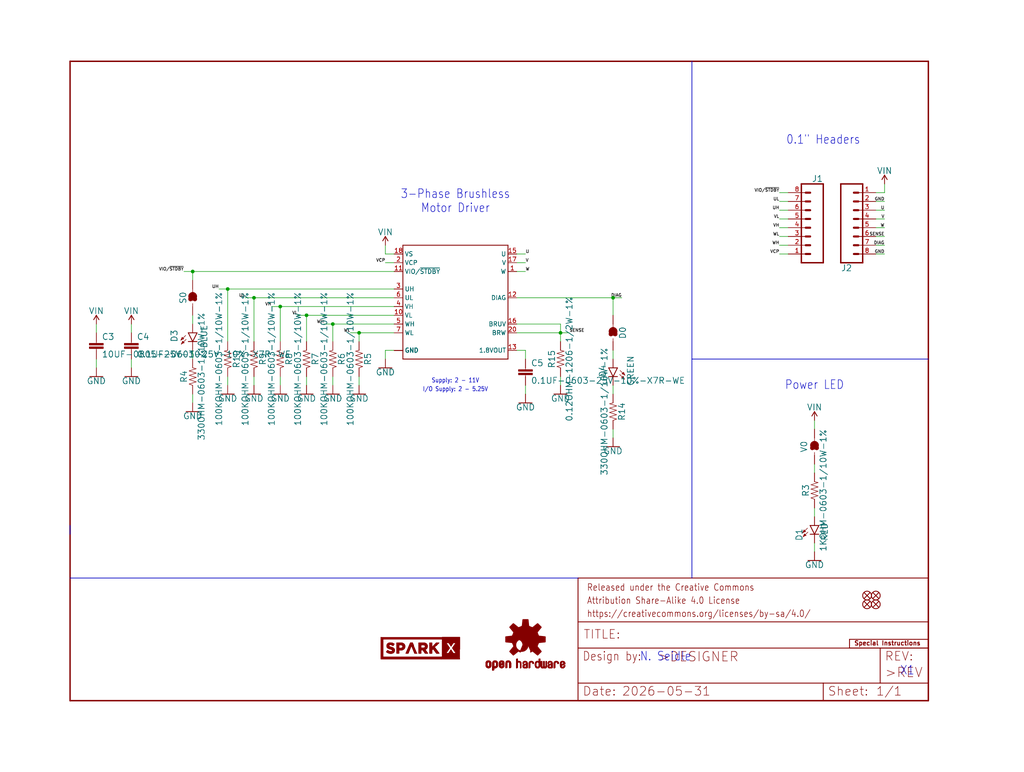
<source format=kicad_sch>
(kicad_sch (version 20230121) (generator eeschema)
  (paper "User" 297.002 223.926)
  (lib_symbols
    (symbol "working-eagle-import:0.12OHM-1206-1/2W-1%"
      (property "Reference" "R" (at 0 1.524 0))
      (symbol "0.12OHM-1206-1/2W-1%_1_0"
        (pin passive line (at -5.08 0 0) (length 2.54) (name "1") (number "1"))
        (pin passive line (at 5.08 0 180) (length 2.54) (name "2") (number "2"))
      )
    )
    (symbol "working-eagle-import:0.1UF-0603-25V-10%-X7R-WE"
      (property "Reference" "C" (at 1.524 2.921 0))
      (symbol "0.1UF-0603-25V-10%-X7R-WE_1_0"
        (pin passive line (at 0 5.08 270) (length 2.54) (name "1") (number "1"))
        (pin passive line (at 0 -2.54 90) (length 2.54) (name "2") (number "2"))
      )
    )
    (symbol "working-eagle-import:100KOHM-0603-1/10W-1%"
      (property "Reference" "R" (at 0 1.524 0))
      (symbol "100KOHM-0603-1/10W-1%_1_0"
        (pin passive line (at -5.08 0 0) (length 2.54) (name "1") (number "1"))
        (pin passive line (at 5.08 0 180) (length 2.54) (name "2") (number "2"))
      )
    )
    (symbol "working-eagle-import:10UF-0805-25V-10%"
      (property "Reference" "C" (at 1.524 2.921 0))
      (symbol "10UF-0805-25V-10%_1_0"
        (pin passive line (at 0 5.08 270) (length 2.54) (name "1") (number "1"))
        (pin passive line (at 0 -2.54 90) (length 2.54) (name "2") (number "2"))
      )
    )
    (symbol "working-eagle-import:1KOHM-0603-1/10W-1%"
      (property "Reference" "R" (at 0 1.524 0))
      (symbol "1KOHM-0603-1/10W-1%_1_0"
        (pin passive line (at -5.08 0 0) (length 2.54) (name "1") (number "1"))
        (pin passive line (at 5.08 0 180) (length 2.54) (name "2") (number "2"))
      )
    )
    (symbol "working-eagle-import:330OHM-0603-1/10W-1%"
      (property "Reference" "R" (at 0 1.524 0))
      (symbol "330OHM-0603-1/10W-1%_1_0"
        (pin passive line (at -5.08 0 0) (length 2.54) (name "1") (number "1"))
        (pin passive line (at 5.08 0 180) (length 2.54) (name "2") (number "2"))
      )
    )
    (symbol "working-eagle-import:CONN_08LOCK_NO_SILK"
      (property "Reference" "J" (at -5.08 13.208 0))
      (symbol "CONN_08LOCK_NO_SILK_1_0"
        (pin passive line (at 5.08 -7.62 180) (length 5.08) (name "1") (number "1"))
        (pin passive line (at 5.08 -5.08 180) (length 5.08) (name "2") (number "2"))
        (pin passive line (at 5.08 -2.54 180) (length 5.08) (name "3") (number "3"))
        (pin passive line (at 5.08 0 180) (length 5.08) (name "4") (number "4"))
        (pin passive line (at 5.08 2.54 180) (length 5.08) (name "5") (number "5"))
        (pin passive line (at 5.08 5.08 180) (length 5.08) (name "6") (number "6"))
        (pin passive line (at 5.08 7.62 180) (length 5.08) (name "7") (number "7"))
        (pin passive line (at 5.08 10.16 180) (length 5.08) (name "8") (number "8"))
      )
    )
    (symbol "working-eagle-import:FIDUCIALUFIDUCIAL")
    (symbol "working-eagle-import:FRAME-LETTER"
      (symbol "FRAME-LETTER_2_0"
        (text "${#}/${##}" (at 86.36 1.27 0) (effects (font (size 2.54 2.54)) (justify left bottom)))
        (text "${CURRENT_DATE}" (at 12.7 1.27 0) (effects (font (size 2.54 2.54)) (justify left bottom)))
        (text "${PROJECTNAME}" (at 15.494 17.78 0) (effects (font (size 2.7432 2.7432)) (justify left bottom)))
        (text ">DESIGNER" (at 23.114 11.176 0) (effects (font (size 2.7432 2.7432)) (justify left bottom)))
        (text ">REV" (at 88.9 6.604 0) (effects (font (size 2.7432 2.7432)) (justify left bottom)))
        (text "Attribution Share-Alike 4.0 License" (at 2.54 27.94 0) (effects (font (size 1.9304 1.6408)) (justify left bottom)))
        (text "Date:" (at 1.27 1.27 0) (effects (font (size 2.54 2.54)) (justify left bottom)))
        (text "Design by:" (at 1.27 11.43 0) (effects (font (size 2.54 2.159)) (justify left bottom)))
        (text "https://creativecommons.org/licenses/by-sa/4.0/" (at 2.54 24.13 0) (effects (font (size 1.9304 1.6408)) (justify left bottom)))
        (text "Released under the Creative Commons" (at 2.54 31.75 0) (effects (font (size 1.9304 1.6408)) (justify left bottom)))
        (text "REV:" (at 88.9 11.43 0) (effects (font (size 2.54 2.54)) (justify left bottom)))
        (text "Sheet:" (at 72.39 1.27 0) (effects (font (size 2.54 2.54)) (justify left bottom)))
        (text "TITLE:" (at 1.524 17.78 0) (effects (font (size 2.54 2.54)) (justify left bottom)))
      )
    )
    (symbol "working-eagle-import:GND" (power)
      (property "Value" "GND" (at 0 -0.254 0))
      (symbol "GND_1_0"
        (pin power_in line (at 0 2.54 270) (length 2.54) (name "GND") (number "1"))
      )
    )
    (symbol "working-eagle-import:JUMPER-SMT_2_NC_TRACE_SILK"
      (property "Reference" "JP" (at 0 3.048 0))
      (symbol "JUMPER-SMT_2_NC_TRACE_SILK_1_0"
        (pin passive line (at -5.08 0 0) (length 2.54) (name "1") (number "1"))
        (pin passive line (at 5.08 0 180) (length 2.54) (name "2") (number "2"))
      )
    )
    (symbol "working-eagle-import:LED-BLUE0603"
      (property "Reference" "D" (at -3.429 -4.572 90))
      (symbol "LED-BLUE0603_1_0"
        (pin passive line (at 0 2.54 270) (length 2.54) (name "A") (number "A"))
        (pin passive line (at 0 -5.08 90) (length 2.54) (name "C") (number "C"))
      )
    )
    (symbol "working-eagle-import:LED-GREEN0603"
      (property "Reference" "D" (at -3.429 -4.572 90))
      (symbol "LED-GREEN0603_1_0"
        (pin passive line (at 0 2.54 270) (length 2.54) (name "A") (number "A"))
        (pin passive line (at 0 -5.08 90) (length 2.54) (name "C") (number "C"))
      )
    )
    (symbol "working-eagle-import:LED-RED0603"
      (property "Reference" "D" (at -3.429 -4.572 90))
      (symbol "LED-RED0603_1_0"
        (pin passive line (at 0 2.54 270) (length 2.54) (name "A") (number "A"))
        (pin passive line (at 0 -5.08 90) (length 2.54) (name "C") (number "C"))
      )
    )
    (symbol "working-eagle-import:OSHW-LOGONO_SILK")
    (symbol "working-eagle-import:SPARKX-LOGO2")
    (symbol "working-eagle-import:SPECIAL_INSTRUCTIONS-ORDERING"
      (symbol "SPECIAL_INSTRUCTIONS-ORDERING_1_0"
        (text "Special Instructions" (at 1.27 0.6985 0) (effects (font (size 1.27 1.27) (thickness 0.254) bold) (justify left bottom)))
      )
    )
    (symbol "working-eagle-import:TMC6300"
      (symbol "TMC6300_1_0"
        (pin bidirectional line (at 17.78 5.08 180) (length 2.54) (name "W") (number "1"))
        (pin bidirectional line (at -17.78 -7.62 0) (length 2.54) (name "VL") (number "10"))
        (pin bidirectional line (at -17.78 5.08 0) (length 2.54) (name "VIO/~{STDBY}") (number "11"))
        (pin bidirectional line (at 17.78 -2.54 180) (length 2.54) (name "DIAG") (number "12"))
        (pin bidirectional line (at 17.78 -17.78 180) (length 2.54) (name "1.8VOUT") (number "13"))
        (pin bidirectional line (at -17.78 -17.78 0) (length 2.54) (name "GND") (number "14"))
        (pin bidirectional line (at 17.78 10.16 180) (length 2.54) (name "U") (number "15"))
        (pin bidirectional line (at 17.78 -10.16 180) (length 2.54) (name "BRUV") (number "16"))
        (pin bidirectional line (at 17.78 7.62 180) (length 2.54) (name "V") (number "17"))
        (pin bidirectional line (at -17.78 10.16 0) (length 2.54) (name "VS") (number "18"))
        (pin bidirectional line (at -17.78 7.62 0) (length 2.54) (name "VCP") (number "2"))
        (pin bidirectional line (at 17.78 -12.7 180) (length 2.54) (name "BRW") (number "20"))
        (pin bidirectional line (at -17.78 0 0) (length 2.54) (name "UH") (number "3"))
        (pin bidirectional line (at -17.78 -5.08 0) (length 2.54) (name "VH") (number "4"))
        (pin bidirectional line (at -17.78 -10.16 0) (length 2.54) (name "WH") (number "5"))
        (pin bidirectional line (at -17.78 -2.54 0) (length 2.54) (name "UL") (number "6"))
        (pin bidirectional line (at -17.78 -12.7 0) (length 2.54) (name "WL") (number "7"))
        (pin bidirectional line (at -17.78 -17.78 0) (length 2.54) (name "GND") (number "8"))
        (pin bidirectional line (at -17.78 -17.78 0) (length 2.54) (name "GND") (number "9"))
        (pin bidirectional line (at -17.78 -17.78 0) (length 2.54) (name "GND") (number "PAD"))
      )
    )
    (symbol "working-eagle-import:VIN" (power)
      (property "Value" "VIN" (at 0 2.794 0))
      (symbol "VIN_1_0"
        (pin power_in line (at 0 0 90) (length 2.54) (name "VIN") (number "1"))
      )
    )
  )
  (junction (at 162.56 96.52))
  (junction (at 177.8 86.36))
  (junction (at 81.28 88.9))
  (junction (at 88.9 91.44))
  (junction (at 73.66 86.36))
  (junction (at 104.14 96.52))
  (junction (at 66.04 83.82))
  (junction (at 55.88 78.74))
  (junction (at 96.52 93.98))
  (wire (pts (xy 149.86 78.74) (xy 152.4 78.74)) (stroke (width 0.1524)))
  (wire (pts (xy 27.94 96.52) (xy 27.94 93.98)) (stroke (width 0.1524)))
  (wire (pts (xy 88.9 91.44) (xy 86.36 91.44)) (stroke (width 0.1524)))
  (wire (pts (xy 38.1 106.68) (xy 38.1 104.14)) (stroke (width 0.1524)))
  (wire (pts (xy 162.56 93.98) (xy 162.56 96.52)) (stroke (width 0.1524)))
  (wire (pts (xy 149.86 76.2) (xy 152.4 76.2)) (stroke (width 0.1524)))
  (wire (pts (xy 152.4 101.6) (xy 152.4 104.14)) (stroke (width 0.1524)))
  (wire (pts (xy 254 66.04) (xy 256.54 66.04)) (stroke (width 0.1524)))
  (wire (pts (xy 66.04 83.82) (xy 63.5 83.82)) (stroke (width 0.1524)))
  (wire (pts (xy 114.3 96.52) (xy 104.14 96.52)) (stroke (width 0.1524)))
  (wire (pts (xy 73.66 111.76) (xy 73.66 109.22)) (stroke (width 0.1524)))
  (wire (pts (xy 88.9 91.44) (xy 88.9 99.06)) (stroke (width 0.1524)))
  (wire (pts (xy 104.14 96.52) (xy 104.14 99.06)) (stroke (width 0.1524)))
  (wire (pts (xy 162.56 111.76) (xy 162.56 109.22)) (stroke (width 0.1524)))
  (wire (pts (xy 149.86 101.6) (xy 152.4 101.6)) (stroke (width 0.1524)))
  (wire (pts (xy 111.76 73.66) (xy 114.3 73.66)) (stroke (width 0.1524)))
  (wire (pts (xy 177.8 104.14) (xy 177.8 101.6)) (stroke (width 0.1524)))
  (wire (pts (xy 228.6 68.58) (xy 226.06 68.58)) (stroke (width 0.1524)))
  (wire (pts (xy 55.88 104.14) (xy 55.88 101.6)) (stroke (width 0.1524)))
  (wire (pts (xy 228.6 55.88) (xy 226.06 55.88)) (stroke (width 0.1524)))
  (wire (pts (xy 73.66 86.36) (xy 73.66 99.06)) (stroke (width 0.1524)))
  (wire (pts (xy 254 73.66) (xy 256.54 73.66)) (stroke (width 0.1524)))
  (polyline (pts (xy 200.66 17.78) (xy 200.66 104.14)) (stroke (width 0.2032) (type solid)))
  (wire (pts (xy 228.6 58.42) (xy 226.06 58.42)) (stroke (width 0.1524)))
  (wire (pts (xy 104.14 111.76) (xy 104.14 109.22)) (stroke (width 0.1524)))
  (wire (pts (xy 254 71.12) (xy 256.54 71.12)) (stroke (width 0.1524)))
  (wire (pts (xy 177.8 86.36) (xy 177.8 91.44)) (stroke (width 0.1524)))
  (wire (pts (xy 114.3 76.2) (xy 111.76 76.2)) (stroke (width 0.1524)))
  (wire (pts (xy 254 63.5) (xy 256.54 63.5)) (stroke (width 0.1524)))
  (wire (pts (xy 66.04 111.76) (xy 66.04 109.22)) (stroke (width 0.1524)))
  (wire (pts (xy 254 55.88) (xy 256.54 55.88)) (stroke (width 0.1524)))
  (wire (pts (xy 228.6 66.04) (xy 226.06 66.04)) (stroke (width 0.1524)))
  (wire (pts (xy 81.28 111.76) (xy 81.28 109.22)) (stroke (width 0.1524)))
  (wire (pts (xy 177.8 114.3) (xy 177.8 111.76)) (stroke (width 0.1524)))
  (wire (pts (xy 114.3 93.98) (xy 96.52 93.98)) (stroke (width 0.1524)))
  (wire (pts (xy 177.8 86.36) (xy 180.34 86.36)) (stroke (width 0.1524)))
  (wire (pts (xy 114.3 88.9) (xy 81.28 88.9)) (stroke (width 0.1524)))
  (wire (pts (xy 114.3 86.36) (xy 73.66 86.36)) (stroke (width 0.1524)))
  (wire (pts (xy 177.8 127) (xy 177.8 124.46)) (stroke (width 0.1524)))
  (wire (pts (xy 152.4 114.3) (xy 152.4 111.76)) (stroke (width 0.1524)))
  (wire (pts (xy 236.22 134.62) (xy 236.22 137.16)) (stroke (width 0.1524)))
  (wire (pts (xy 114.3 78.74) (xy 55.88 78.74)) (stroke (width 0.1524)))
  (polyline (pts (xy 200.66 104.14) (xy 200.66 167.64)) (stroke (width 0.2032) (type solid)))
  (wire (pts (xy 149.86 86.36) (xy 177.8 86.36)) (stroke (width 0.1524)))
  (wire (pts (xy 236.22 147.32) (xy 236.22 149.86)) (stroke (width 0.1524)))
  (wire (pts (xy 114.3 83.82) (xy 66.04 83.82)) (stroke (width 0.1524)))
  (wire (pts (xy 226.06 73.66) (xy 228.6 73.66)) (stroke (width 0.1524)))
  (wire (pts (xy 149.86 96.52) (xy 162.56 96.52)) (stroke (width 0.1524)))
  (wire (pts (xy 254 58.42) (xy 256.54 58.42)) (stroke (width 0.1524)))
  (wire (pts (xy 236.22 157.48) (xy 236.22 160.02)) (stroke (width 0.1524)))
  (wire (pts (xy 162.56 96.52) (xy 162.56 99.06)) (stroke (width 0.1524)))
  (wire (pts (xy 111.76 71.12) (xy 111.76 73.66)) (stroke (width 0.1524)))
  (wire (pts (xy 38.1 96.52) (xy 38.1 93.98)) (stroke (width 0.1524)))
  (wire (pts (xy 228.6 60.96) (xy 226.06 60.96)) (stroke (width 0.1524)))
  (wire (pts (xy 81.28 88.9) (xy 81.28 99.06)) (stroke (width 0.1524)))
  (wire (pts (xy 81.28 88.9) (xy 78.74 88.9)) (stroke (width 0.1524)))
  (wire (pts (xy 73.66 86.36) (xy 71.12 86.36)) (stroke (width 0.1524)))
  (polyline (pts (xy 20.32 154.94) (xy 20.32 152.4)) (stroke (width 0.2032) (type solid)))
  (wire (pts (xy 96.52 93.98) (xy 93.98 93.98)) (stroke (width 0.1524)))
  (wire (pts (xy 55.88 78.74) (xy 55.88 81.28)) (stroke (width 0.1524)))
  (wire (pts (xy 228.6 63.5) (xy 226.06 63.5)) (stroke (width 0.1524)))
  (wire (pts (xy 66.04 83.82) (xy 66.04 99.06)) (stroke (width 0.1524)))
  (wire (pts (xy 114.3 101.6) (xy 111.76 101.6)) (stroke (width 0.1524)))
  (polyline (pts (xy 20.32 167.64) (xy 167.64 167.64)) (stroke (width 0.2032) (type solid)))
  (wire (pts (xy 96.52 111.76) (xy 96.52 109.22)) (stroke (width 0.1524)))
  (wire (pts (xy 27.94 106.68) (xy 27.94 104.14)) (stroke (width 0.1524)))
  (wire (pts (xy 55.88 93.98) (xy 55.88 91.44)) (stroke (width 0.1524)))
  (wire (pts (xy 104.14 96.52) (xy 101.6 96.52)) (stroke (width 0.1524)))
  (wire (pts (xy 236.22 121.92) (xy 236.22 124.46)) (stroke (width 0.1524)))
  (wire (pts (xy 55.88 78.74) (xy 53.34 78.74)) (stroke (width 0.1524)))
  (wire (pts (xy 254 68.58) (xy 256.54 68.58)) (stroke (width 0.1524)))
  (wire (pts (xy 88.9 111.76) (xy 88.9 109.22)) (stroke (width 0.1524)))
  (wire (pts (xy 149.86 93.98) (xy 162.56 93.98)) (stroke (width 0.1524)))
  (wire (pts (xy 228.6 71.12) (xy 226.06 71.12)) (stroke (width 0.1524)))
  (wire (pts (xy 256.54 55.88) (xy 256.54 53.34)) (stroke (width 0.1524)))
  (wire (pts (xy 162.56 96.52) (xy 165.1 96.52)) (stroke (width 0.1524)))
  (wire (pts (xy 96.52 93.98) (xy 96.52 99.06)) (stroke (width 0.1524)))
  (wire (pts (xy 114.3 91.44) (xy 88.9 91.44)) (stroke (width 0.1524)))
  (wire (pts (xy 254 60.96) (xy 256.54 60.96)) (stroke (width 0.1524)))
  (polyline (pts (xy 200.66 104.14) (xy 269.24 104.14)) (stroke (width 0.2032) (type solid)))
  (wire (pts (xy 149.86 73.66) (xy 152.4 73.66)) (stroke (width 0.1524)))
  (wire (pts (xy 55.88 116.84) (xy 55.88 114.3)) (stroke (width 0.1524)))
  (wire (pts (xy 111.76 101.6) (xy 111.76 104.14)) (stroke (width 0.1524)))
  (text "Power LED" (at 236.22 111.76 0) (effects (font (size 2.54 2.159))))
  (text "N. Seidle" (at 193.04 190.5 0) (effects (font (size 2.54 2.159))))
  (text "X1" (at 263.144 194.564 0) (effects (font (size 2.54 2.159))))
  (text "3-Phase Brushless\nMotor Driver" (at 132.08 58.42 0) (effects (font (size 2.54 2.159))))
  (text "I/O Supply: 2 - 5.25V" (at 132.08 113.03 0) (effects (font (size 1.27 1.0795))))
  (text "0.1\" Headers" (at 238.76 40.64 0) (effects (font (size 2.54 2.159))))
  (text "Supply: 2 - 11V" (at 132.08 110.49 0) (effects (font (size 1.27 1.0795))))
  (label "VH" (at 226.06 66.04 180) (effects (font (size 0.889 0.889))))
  (label "SENSE" (at 165.1 96.52 0) (effects (font (size 0.889 0.889))))
  (label "VH" (at 78.74 88.9 180) (effects (font (size 0.889 0.889))))
  (label "W" (at 152.4 78.74 0) (effects (font (size 0.889 0.889))))
  (label "VL" (at 226.06 63.5 180) (effects (font (size 0.889 0.889))))
  (label "U" (at 256.54 60.96 180) (effects (font (size 0.889 0.889))))
  (label "UL" (at 226.06 58.42 180) (effects (font (size 0.889 0.889))))
  (label "VIO/~{STDBY}" (at 226.06 55.88 180) (effects (font (size 0.889 0.889))))
  (label "UL" (at 71.12 86.36 180) (effects (font (size 0.889 0.889))))
  (label "DIAG" (at 256.54 71.12 180) (effects (font (size 0.889 0.889))))
  (label "VCP" (at 111.76 76.2 180) (effects (font (size 0.889 0.889))))
  (label "GND" (at 256.54 58.42 180) (effects (font (size 0.889 0.889))))
  (label "WL" (at 101.6 96.52 180) (effects (font (size 0.889 0.889))))
  (label "U" (at 152.4 73.66 0) (effects (font (size 0.889 0.889))))
  (label "DIAG" (at 180.34 86.36 180) (effects (font (size 0.889 0.889))))
  (label "V" (at 152.4 76.2 0) (effects (font (size 0.889 0.889))))
  (label "SENSE" (at 256.54 68.58 180) (effects (font (size 0.889 0.889))))
  (label "VL" (at 86.36 91.44 180) (effects (font (size 0.889 0.889))))
  (label "VIO/~{STDBY}" (at 53.34 78.74 180) (effects (font (size 0.889 0.889))))
  (label "WH" (at 93.98 93.98 180) (effects (font (size 0.889 0.889))))
  (label "GND" (at 256.54 73.66 180) (effects (font (size 0.889 0.889))))
  (label "WH" (at 226.06 71.12 180) (effects (font (size 0.889 0.889))))
  (label "VCP" (at 226.06 73.66 180) (effects (font (size 0.889 0.889))))
  (label "WL" (at 226.06 68.58 180) (effects (font (size 0.889 0.889))))
  (label "V" (at 256.54 63.5 180) (effects (font (size 0.889 0.889))))
  (label "UH" (at 226.06 60.96 180) (effects (font (size 0.889 0.889))))
  (label "UH" (at 63.5 83.82 180) (effects (font (size 0.889 0.889))))
  (label "W" (at 256.54 66.04 180) (effects (font (size 0.889 0.889))))
  (symbol (lib_id "working-eagle-import:TMC6300") (at 132.08 83.82 0) (unit 1)
    (property "Reference" "U2" (effects hide))
    (property "Value" "TMC6300" (effects hide))
    (property "Footprint" "working:QFN-20" (effects hide))
  )
  (symbol (lib_id "working-eagle-import:1KOHM-0603-1/10W-1%") (at 236.22 142.24 90) (unit 1)
    (property "Reference" "R3" (at 234.696 142.24 0) (effects (font (size 1.778 1.778)) (justify bottom)))
    (property "Value" "1KOHM-0603-1/10W-1%" (at 237.744 142.24 0) (effects (font (size 1.778 1.778)) (justify top)))
    (property "Footprint" "working:0603" (effects hide))
  )
  (symbol (lib_id "working-eagle-import:JUMPER-SMT_2_NC_TRACE_SILK") (at 236.22 129.54 90) (unit 1)
    (property "Reference" "V0" (at 233.172 129.54 0) (effects (font (size 1.778 1.778))))
    (property "Value" "JUMPER-SMT_2_NC_TRACE_SILK" (effects hide))
    (property "Footprint" "working:SMT-JUMPER_2_NC_TRACE_SILK" (effects hide))
  )
  (symbol (lib_id "working-eagle-import:FIDUCIALUFIDUCIAL") (at 254 172.72 0) (unit 1)
    (property "Reference" "FD4" (effects hide))
    (property "Value" "FIDUCIALUFIDUCIAL" (effects hide))
    (property "Footprint" "working:FIDUCIAL-MICRO" (effects hide))
  )
  (symbol (lib_id "working-eagle-import:GND") (at 66.04 114.3 0) (mirror y) (unit 1)
    (property "Reference" "#GND14" (effects hide))
    (property "Value" "GND" (at 66.04 114.554 0) (effects (font (size 1.778 1.778)) (justify top)))
  )
  (symbol (lib_id "working-eagle-import:100KOHM-0603-1/10W-1%") (at 88.9 104.14 270) (mirror x) (unit 1)
    (property "Reference" "R7" (at 90.424 104.14 0) (effects (font (size 1.778 1.778)) (justify bottom)))
    (property "Value" "100KOHM-0603-1/10W-1%" (at 87.376 104.14 0) (effects (font (size 1.778 1.778)) (justify top)))
    (property "Footprint" "working:0603" (effects hide))
  )
  (symbol (lib_id "working-eagle-import:FIDUCIALUFIDUCIAL") (at 254 175.26 0) (unit 1)
    (property "Reference" "FD2" (effects hide))
    (property "Value" "FIDUCIALUFIDUCIAL" (effects hide))
    (property "Footprint" "working:FIDUCIAL-MICRO" (effects hide))
  )
  (symbol (lib_id "working-eagle-import:0.1UF-0603-25V-10%-X7R-WE") (at 152.4 109.22 0) (unit 1)
    (property "Reference" "C5" (at 153.924 106.299 0) (effects (font (size 1.778 1.778)) (justify left bottom)))
    (property "Value" "0.1UF-0603-25V-10%-X7R-WE" (at 153.924 111.379 0) (effects (font (size 1.778 1.778)) (justify left bottom)))
    (property "Footprint" "working:0603" (effects hide))
  )
  (symbol (lib_id "working-eagle-import:OSHW-LOGONO_SILK") (at 152.4 185.42 0) (unit 1)
    (property "Reference" "LOGO1" (effects hide))
    (property "Value" "OSHW-LOGONO_SILK" (effects hide))
    (property "Footprint" "working:DUMMY" (effects hide))
  )
  (symbol (lib_id "working-eagle-import:VIN") (at 111.76 71.12 0) (unit 1)
    (property "Reference" "#SUPPLY3" (effects hide))
    (property "Value" "VIN" (at 111.76 68.326 0) (effects (font (size 1.778 1.778)) (justify bottom)))
  )
  (symbol (lib_id "working-eagle-import:GND") (at 236.22 162.56 0) (unit 1)
    (property "Reference" "#GND5" (effects hide))
    (property "Value" "GND" (at 236.22 162.814 0) (effects (font (size 1.778 1.778)) (justify top)))
  )
  (symbol (lib_id "working-eagle-import:FIDUCIALUFIDUCIAL") (at 251.46 175.26 0) (unit 1)
    (property "Reference" "FD1" (effects hide))
    (property "Value" "FIDUCIALUFIDUCIAL" (effects hide))
    (property "Footprint" "working:FIDUCIAL-MICRO" (effects hide))
  )
  (symbol (lib_id "working-eagle-import:GND") (at 152.4 116.84 0) (mirror y) (unit 1)
    (property "Reference" "#GND17" (effects hide))
    (property "Value" "GND" (at 152.4 117.094 0) (effects (font (size 1.778 1.778)) (justify top)))
  )
  (symbol (lib_id "working-eagle-import:GND") (at 81.28 114.3 0) (mirror y) (unit 1)
    (property "Reference" "#GND12" (effects hide))
    (property "Value" "GND" (at 81.28 114.554 0) (effects (font (size 1.778 1.778)) (justify top)))
  )
  (symbol (lib_id "working-eagle-import:100KOHM-0603-1/10W-1%") (at 104.14 104.14 270) (mirror x) (unit 1)
    (property "Reference" "R5" (at 105.664 104.14 0) (effects (font (size 1.778 1.778)) (justify bottom)))
    (property "Value" "100KOHM-0603-1/10W-1%" (at 102.616 104.14 0) (effects (font (size 1.778 1.778)) (justify top)))
    (property "Footprint" "working:0603" (effects hide))
  )
  (symbol (lib_id "working-eagle-import:100KOHM-0603-1/10W-1%") (at 96.52 104.14 270) (mirror x) (unit 1)
    (property "Reference" "R6" (at 98.044 104.14 0) (effects (font (size 1.778 1.778)) (justify bottom)))
    (property "Value" "100KOHM-0603-1/10W-1%" (at 94.996 104.14 0) (effects (font (size 1.778 1.778)) (justify top)))
    (property "Footprint" "working:0603" (effects hide))
  )
  (symbol (lib_id "working-eagle-import:GND") (at 96.52 114.3 0) (mirror y) (unit 1)
    (property "Reference" "#GND10" (effects hide))
    (property "Value" "GND" (at 96.52 114.554 0) (effects (font (size 1.778 1.778)) (justify top)))
  )
  (symbol (lib_id "working-eagle-import:LED-GREEN0603") (at 177.8 106.68 0) (mirror y) (unit 1)
    (property "Reference" "D4" (at 173.736 109.474 90) (effects (font (size 1.778 1.778)) (justify left bottom)))
    (property "Value" "GREEN" (at 183.896 112.014 90) (effects (font (size 1.778 1.778)) (justify left top)))
    (property "Footprint" "working:LED-0603" (effects hide))
  )
  (symbol (lib_id "working-eagle-import:FIDUCIALUFIDUCIAL") (at 251.46 172.72 0) (unit 1)
    (property "Reference" "FD3" (effects hide))
    (property "Value" "FIDUCIALUFIDUCIAL" (effects hide))
    (property "Footprint" "working:FIDUCIAL-MICRO" (effects hide))
  )
  (symbol (lib_id "working-eagle-import:VIN") (at 38.1 93.98 0) (unit 1)
    (property "Reference" "#SUPPLY2" (effects hide))
    (property "Value" "VIN" (at 38.1 91.186 0) (effects (font (size 1.778 1.778)) (justify bottom)))
  )
  (symbol (lib_id "working-eagle-import:VIN") (at 256.54 53.34 0) (unit 1)
    (property "Reference" "#SUPPLY4" (effects hide))
    (property "Value" "VIN" (at 256.54 50.546 0) (effects (font (size 1.778 1.778)) (justify bottom)))
  )
  (symbol (lib_id "working-eagle-import:0.12OHM-1206-1/2W-1%") (at 162.56 104.14 90) (unit 1)
    (property "Reference" "R15" (at 161.036 104.14 0) (effects (font (size 1.778 1.778)) (justify bottom)))
    (property "Value" "0.12OHM-1206-1/2W-1%" (at 164.084 104.14 0) (effects (font (size 1.778 1.778)) (justify top)))
    (property "Footprint" "working:1206" (effects hide))
  )
  (symbol (lib_id "working-eagle-import:100KOHM-0603-1/10W-1%") (at 66.04 104.14 270) (mirror x) (unit 1)
    (property "Reference" "R10" (at 67.564 104.14 0) (effects (font (size 1.778 1.778)) (justify bottom)))
    (property "Value" "100KOHM-0603-1/10W-1%" (at 64.516 104.14 0) (effects (font (size 1.778 1.778)) (justify top)))
    (property "Footprint" "working:0603" (effects hide))
  )
  (symbol (lib_id "working-eagle-import:GND") (at 27.94 109.22 0) (unit 1)
    (property "Reference" "#GND16" (effects hide))
    (property "Value" "GND" (at 27.94 109.474 0) (effects (font (size 1.778 1.778)) (justify top)))
  )
  (symbol (lib_id "working-eagle-import:CONN_08LOCK_NO_SILK") (at 248.92 63.5 0) (mirror x) (unit 1)
    (property "Reference" "J2" (at 243.84 76.708 0) (effects (font (size 1.778 1.778)) (justify left bottom)))
    (property "Value" "CONN_08LOCK_NO_SILK" (effects hide))
    (property "Footprint" "working:1X08_LOCK_NO_SILK" (effects hide))
  )
  (symbol (lib_id "working-eagle-import:GND") (at 88.9 114.3 0) (mirror y) (unit 1)
    (property "Reference" "#GND11" (effects hide))
    (property "Value" "GND" (at 88.9 114.554 0) (effects (font (size 1.778 1.778)) (justify top)))
  )
  (symbol (lib_id "working-eagle-import:10UF-0805-25V-10%") (at 27.94 101.6 0) (unit 1)
    (property "Reference" "C3" (at 29.464 98.679 0) (effects (font (size 1.778 1.778)) (justify left bottom)))
    (property "Value" "10UF-0805-25V-10%" (at 29.464 103.759 0) (effects (font (size 1.778 1.778)) (justify left bottom)))
    (property "Footprint" "working:0805" (effects hide))
  )
  (symbol (lib_id "working-eagle-import:LED-RED0603") (at 236.22 152.4 0) (unit 1)
    (property "Reference" "D1" (at 232.791 156.972 90) (effects (font (size 1.778 1.778)) (justify left bottom)))
    (property "Value" "RED" (at 238.125 156.972 90) (effects (font (size 1.778 1.778)) (justify left top)))
    (property "Footprint" "working:LED-0603" (effects hide))
  )
  (symbol (lib_id "working-eagle-import:VIN") (at 236.22 121.92 0) (unit 1)
    (property "Reference" "#SUPPLY1" (effects hide))
    (property "Value" "VIN" (at 236.22 119.126 0) (effects (font (size 1.778 1.778)) (justify bottom)))
  )
  (symbol (lib_id "working-eagle-import:0.1UF-0603-25V-10%-X7R-WE") (at 38.1 101.6 0) (unit 1)
    (property "Reference" "C4" (at 39.624 98.679 0) (effects (font (size 1.778 1.778)) (justify left bottom)))
    (property "Value" "0.1UF-0603-25V-10%-X7R-WE" (at 39.624 103.759 0) (effects (font (size 1.778 1.778)) (justify left bottom)))
    (property "Footprint" "working:0603" (effects hide))
  )
  (symbol (lib_id "working-eagle-import:JUMPER-SMT_2_NC_TRACE_SILK") (at 177.8 96.52 270) (mirror x) (unit 1)
    (property "Reference" "D0" (at 180.594 96.52 0) (effects (font (size 1.778 1.778))))
    (property "Value" "JUMPER-SMT_2_NC_TRACE_SILK" (effects hide))
    (property "Footprint" "working:SMT-JUMPER_2_NC_TRACE_SILK" (effects hide))
  )
  (symbol (lib_id "working-eagle-import:JUMPER-SMT_2_NC_TRACE_SILK") (at 55.88 86.36 90) (unit 1)
    (property "Reference" "S0" (at 53.086 86.36 0) (effects (font (size 1.778 1.778))))
    (property "Value" "JUMPER-SMT_2_NC_TRACE_SILK" (effects hide))
    (property "Footprint" "working:SMT-JUMPER_2_NC_TRACE_SILK" (effects hide))
  )
  (symbol (lib_id "working-eagle-import:GND") (at 162.56 114.3 0) (mirror y) (unit 1)
    (property "Reference" "#GND18" (effects hide))
    (property "Value" "GND" (at 162.56 114.554 0) (effects (font (size 1.778 1.778)) (justify top)))
  )
  (symbol (lib_id "working-eagle-import:GND") (at 55.88 119.38 0) (mirror y) (unit 1)
    (property "Reference" "#GND2" (effects hide))
    (property "Value" "GND" (at 55.88 119.634 0) (effects (font (size 1.778 1.778)) (justify top)))
  )
  (symbol (lib_id "working-eagle-import:GND") (at 111.76 106.68 0) (mirror y) (unit 1)
    (property "Reference" "#GND1" (effects hide))
    (property "Value" "GND" (at 111.76 106.934 0) (effects (font (size 1.778 1.778)) (justify top)))
  )
  (symbol (lib_id "working-eagle-import:SPECIAL_INSTRUCTIONS-ORDERING") (at 246.38 187.96 0) (unit 1)
    (property "Reference" "LOGO2" (effects hide))
    (property "Value" "SPECIAL_INSTRUCTIONS-ORDERING" (effects hide))
    (property "Footprint" "working:ORDERING_INSTRUCTIONS" (effects hide))
  )
  (symbol (lib_id "working-eagle-import:GND") (at 73.66 114.3 0) (mirror y) (unit 1)
    (property "Reference" "#GND13" (effects hide))
    (property "Value" "GND" (at 73.66 114.554 0) (effects (font (size 1.778 1.778)) (justify top)))
  )
  (symbol (lib_id "working-eagle-import:GND") (at 104.14 114.3 0) (mirror y) (unit 1)
    (property "Reference" "#GND9" (effects hide))
    (property "Value" "GND" (at 104.14 114.554 0) (effects (font (size 1.778 1.778)) (justify top)))
  )
  (symbol (lib_id "working-eagle-import:330OHM-0603-1/10W-1%") (at 55.88 109.22 90) (unit 1)
    (property "Reference" "R4" (at 54.356 109.22 0) (effects (font (size 1.778 1.778)) (justify bottom)))
    (property "Value" "330OHM-0603-1/10W-1%" (at 57.404 109.22 0) (effects (font (size 1.778 1.778)) (justify top)))
    (property "Footprint" "working:0603" (effects hide))
  )
  (symbol (lib_id "working-eagle-import:SPARKX-LOGO2") (at 121.92 187.96 0) (unit 1)
    (property "Reference" "U$37" (effects hide))
    (property "Value" "SPARKX-LOGO2" (effects hide))
    (property "Footprint" "working:SPARKX-TINY" (effects hide))
  )
  (symbol (lib_id "working-eagle-import:100KOHM-0603-1/10W-1%") (at 73.66 104.14 270) (mirror x) (unit 1)
    (property "Reference" "R9" (at 75.184 104.14 0) (effects (font (size 1.778 1.778)) (justify bottom)))
    (property "Value" "100KOHM-0603-1/10W-1%" (at 72.136 104.14 0) (effects (font (size 1.778 1.778)) (justify top)))
    (property "Footprint" "working:0603" (effects hide))
  )
  (symbol (lib_id "working-eagle-import:SPARKX-LOGO2") (at 121.92 187.96 0) (unit 1)
    (property "Reference" "U$36" (effects hide))
    (property "Value" "SPARKX-LOGO2" (effects hide))
    (property "Footprint" "working:SPARKX-TINY" (effects hide))
  )
  (symbol (lib_id "working-eagle-import:FRAME-LETTER") (at 167.64 203.2 0) (unit 2)
    (property "Reference" "FRAME1" (effects hide))
    (property "Value" "FRAME-LETTER" (effects hide))
    (property "Footprint" "working:CREATIVE_COMMONS" (effects hide))
    (property "DESIGNER" "Ricardo Ramos" (effects hide))
  )
  (symbol (lib_id "working-eagle-import:330OHM-0603-1/10W-1%") (at 177.8 119.38 270) (mirror x) (unit 1)
    (property "Reference" "R14" (at 179.324 119.38 0) (effects (font (size 1.778 1.778)) (justify bottom)))
    (property "Value" "330OHM-0603-1/10W-1%" (at 176.276 119.38 0) (effects (font (size 1.778 1.778)) (justify top)))
    (property "Footprint" "working:0603" (effects hide))
  )
  (symbol (lib_id "working-eagle-import:CONN_08LOCK_NO_SILK") (at 233.68 66.04 0) (mirror y) (unit 1)
    (property "Reference" "J1" (at 238.76 52.832 0) (effects (font (size 1.778 1.778)) (justify left bottom)))
    (property "Value" "CONN_08LOCK_NO_SILK" (effects hide))
    (property "Footprint" "working:1X08_LOCK_NO_SILK" (effects hide))
  )
  (symbol (lib_id "working-eagle-import:FRAME-LETTER") (at 20.32 203.2 0) (unit 1)
    (property "Reference" "FRAME1" (effects hide))
    (property "Value" "FRAME-LETTER" (effects hide))
    (property "Footprint" "working:CREATIVE_COMMONS" (effects hide))
    (property "DESIGNER" "Ricardo Ramos" (effects hide))
  )
  (symbol (lib_id "working-eagle-import:100KOHM-0603-1/10W-1%") (at 81.28 104.14 270) (mirror x) (unit 1)
    (property "Reference" "R8" (at 82.804 104.14 0) (effects (font (size 1.778 1.778)) (justify bottom)))
    (property "Value" "100KOHM-0603-1/10W-1%" (at 79.756 104.14 0) (effects (font (size 1.778 1.778)) (justify top)))
    (property "Footprint" "working:0603" (effects hide))
  )
  (symbol (lib_id "working-eagle-import:GND") (at 38.1 109.22 0) (unit 1)
    (property "Reference" "#GND15" (effects hide))
    (property "Value" "GND" (at 38.1 109.474 0) (effects (font (size 1.778 1.778)) (justify top)))
  )
  (symbol (lib_id "working-eagle-import:VIN") (at 27.94 93.98 0) (unit 1)
    (property "Reference" "#SUPPLY5" (effects hide))
    (property "Value" "VIN" (at 27.94 91.186 0) (effects (font (size 1.778 1.778)) (justify bottom)))
  )
  (symbol (lib_id "working-eagle-import:LED-BLUE0603") (at 55.88 96.52 0) (unit 1)
    (property "Reference" "D3" (at 51.562 99.314 90) (effects (font (size 1.778 1.778)) (justify left bottom)))
    (property "Value" "BLUE" (at 58.166 101.092 90) (effects (font (size 1.778 1.778)) (justify left top)))
    (property "Footprint" "working:LED-0603" (effects hide))
  )
  (symbol (lib_id "working-eagle-import:GND") (at 177.8 129.54 0) (unit 1)
    (property "Reference" "#GND3" (effects hide))
    (property "Value" "GND" (at 177.8 129.794 0) (effects (font (size 1.778 1.778)) (justify top)))
  )
)
</source>
